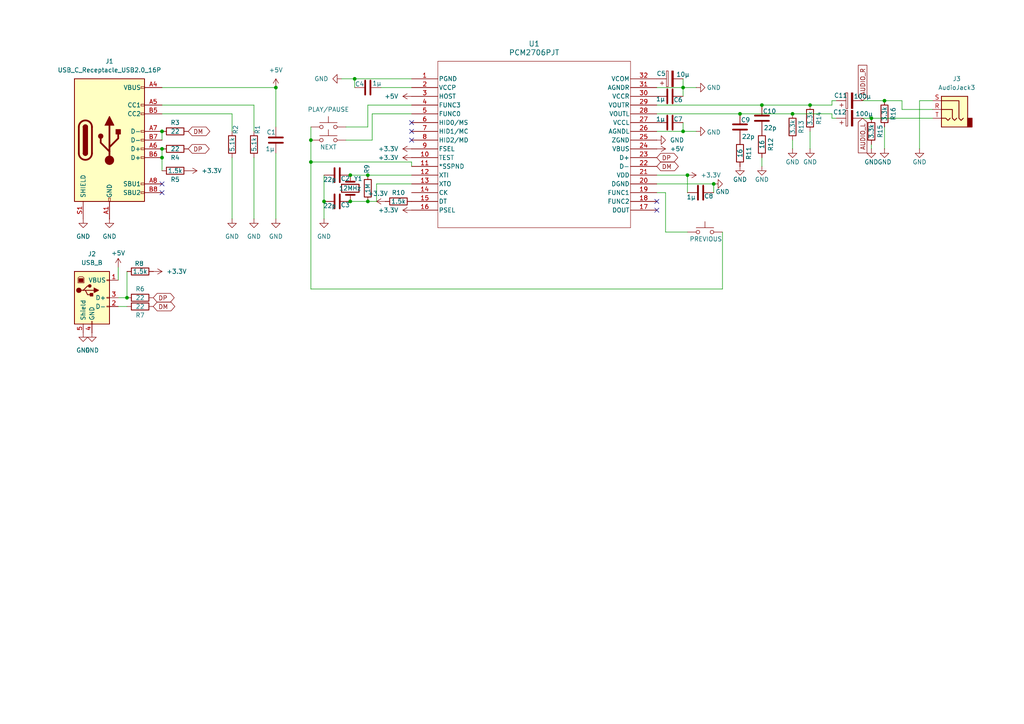
<source format=kicad_sch>
(kicad_sch (version 20231120) (generator "eeschema") (generator_version "8.0")
  (paper "A4")
  (lib_symbols
    (symbol "2025-01-06_02-54-14:PCM2706PJT" (pin_names (offset 0.254))
      (property "Reference" "U" (at 35.56 10.16 0))
      (property "Value" "PCM2706PJT" (at 35.56 7.62 0))
      (symbol "PCM2706PJT_0_1"
        (polyline (pts (xy 7.62 -43.18) (xy 63.5 -43.18)) (stroke (width 0.127)))
        (polyline (pts (xy 7.62 5.08) (xy 7.62 -43.18)) (stroke (width 0.127)))
        (polyline (pts (xy 63.5 -43.18) (xy 63.5 5.08)) (stroke (width 0.127)))
        (polyline (pts (xy 63.5 5.08) (xy 7.62 5.08)) (stroke (width 0.127)))
        (pin power_in line (at 0 0 0) (length 7.62) (name "PGND") (number "1"))
        (pin input line (at 0 -22.86 0) (length 7.62) (name "TEST") (number "10"))
        (pin output line (at 0 -25.4 0) (length 7.62) (name "*SSPND") (number "11"))
        (pin input line (at 0 -27.94 0) (length 7.62) (name "XTI") (number "12"))
        (pin output line (at 0 -30.48 0) (length 7.62) (name "XTO") (number "13"))
        (pin output line (at 0 -33.02 0) (length 7.62) (name "CK") (number "14"))
        (pin bidirectional line (at 0 -35.56 0) (length 7.62) (name "DT") (number "15"))
        (pin input line (at 0 -38.1 0) (length 7.62) (name "PSEL") (number "16"))
        (pin output line (at 71.12 -38.1 180) (length 7.62) (name "DOUT") (number "17"))
        (pin bidirectional line (at 71.12 -35.56 180) (length 7.62) (name "FUNC2") (number "18"))
        (pin bidirectional line (at 71.12 -33.02 180) (length 7.62) (name "FUNC1") (number "19"))
        (pin power_in line (at 0 -2.54 0) (length 7.62) (name "VCCP") (number "2"))
        (pin power_in line (at 71.12 -30.48 180) (length 7.62) (name "DGND") (number "20"))
        (pin power_in line (at 71.12 -27.94 180) (length 7.62) (name "VDD") (number "21"))
        (pin bidirectional line (at 71.12 -25.4 180) (length 7.62) (name "D-") (number "22"))
        (pin bidirectional line (at 71.12 -22.86 180) (length 7.62) (name "D+") (number "23"))
        (pin power_in line (at 71.12 -20.32 180) (length 7.62) (name "VBUS") (number "24"))
        (pin power_in line (at 71.12 -17.78 180) (length 7.62) (name "ZGND") (number "25"))
        (pin power_in line (at 71.12 -15.24 180) (length 7.62) (name "AGNDL") (number "26"))
        (pin power_in line (at 71.12 -12.7 180) (length 7.62) (name "VCCL") (number "27"))
        (pin output line (at 71.12 -10.16 180) (length 7.62) (name "VOUTL") (number "28"))
        (pin output line (at 71.12 -7.62 180) (length 7.62) (name "VOUTR") (number "29"))
        (pin input line (at 0 -5.08 0) (length 7.62) (name "HOST") (number "3"))
        (pin power_in line (at 71.12 -5.08 180) (length 7.62) (name "VCCR") (number "30"))
        (pin power_in line (at 71.12 -2.54 180) (length 7.62) (name "AGNDR") (number "31"))
        (pin power_in line (at 71.12 0 180) (length 7.62) (name "VCOM") (number "32"))
        (pin input line (at 0 -7.62 0) (length 7.62) (name "FUNC3") (number "4"))
        (pin bidirectional line (at 0 -10.16 0) (length 7.62) (name "FUNC0") (number "5"))
        (pin input line (at 0 -12.7 0) (length 7.62) (name "HID0/MS") (number "6"))
        (pin input line (at 0 -15.24 0) (length 7.62) (name "HID1/MC") (number "7"))
        (pin input line (at 0 -17.78 0) (length 7.62) (name "HID2/MD") (number "8"))
        (pin input line (at 0 -20.32 0) (length 7.62) (name "FSEL") (number "9"))
      )
    )
    (symbol "Connector:USB_B" (pin_names (offset 1.016))
      (property "Reference" "J" (at -5.08 11.43 0))
      (property "Value" "USB_B" (at -5.08 8.89 0))
      (symbol "USB_B_0_1"
        (rectangle (start -5.08 -7.62) (end 5.08 7.62) (stroke (width 0.254)) (fill (type background)))
        (circle (center -3.81 2.159) (radius 0.635) (stroke (width 0.254)) (fill (type outline)))
        (rectangle (start -3.81 5.588) (end -2.54 4.572) (fill (type outline)))
        (circle (center -0.635 3.429) (radius 0.381) (stroke (width 0.254)) (fill (type outline)))
        (rectangle (start -0.127 -7.62) (end 0.127 -6.858))
        (polyline (pts (xy -1.905 2.159) (xy 0.635 2.159)) (stroke (width 0.254)))
        (polyline (pts (xy -3.175 2.159) (xy -2.54 2.159) (xy -1.27 3.429) (xy -0.635 3.429)) (stroke (width 0.254)))
        (polyline (pts (xy -2.54 2.159) (xy -1.905 2.159) (xy -1.27 0.889) (xy 0 0.889)) (stroke (width 0.254)))
        (polyline (pts (xy 0.635 2.794) (xy 0.635 1.524) (xy 1.905 2.159) (xy 0.635 2.794)) (stroke (width 0.254)) (fill (type outline)))
        (polyline (pts (xy -4.064 4.318) (xy -2.286 4.318) (xy -2.286 5.715) (xy -2.667 6.096) (xy -3.683 6.096) (xy -4.064 5.715) (xy -4.064 4.318)))
        (rectangle (start 0.254 1.27) (end -0.508 0.508) (stroke (width 0.254)) (fill (type outline)))
        (rectangle (start 5.08 -2.667) (end 4.318 -2.413))
        (rectangle (start 5.08 -0.127) (end 4.318 0.127))
        (rectangle (start 5.08 4.953) (end 4.318 5.207))
      )
      (symbol "USB_B_1_1"
        (pin power_out line (at 7.62 5.08 180) (length 2.54) (name "VBUS") (number "1"))
        (pin bidirectional line (at 7.62 -2.54 180) (length 2.54) (name "D-") (number "2"))
        (pin bidirectional line (at 7.62 0 180) (length 2.54) (name "D+") (number "3"))
        (pin power_out line (at 0 -10.16 90) (length 2.54) (name "GND") (number "4"))
        (pin passive line (at -2.54 -10.16 90) (length 2.54) (name "Shield") (number "5"))
      )
    )
    (symbol "Connector:USB_C_Receptacle_USB2.0_16P" (pin_names (offset 1.016))
      (property "Reference" "J" (at 0 22.225 0))
      (property "Value" "USB_C_Receptacle_USB2.0_16P" (at 0 19.685 0))
      (symbol "USB_C_Receptacle_USB2.0_16P_0_0"
        (rectangle (start -0.254 -17.78) (end 0.254 -16.764))
        (rectangle (start 10.16 -14.986) (end 9.144 -15.494))
        (rectangle (start 10.16 -12.446) (end 9.144 -12.954))
        (rectangle (start 10.16 -4.826) (end 9.144 -5.334))
        (rectangle (start 10.16 -2.286) (end 9.144 -2.794))
        (rectangle (start 10.16 0.254) (end 9.144 -0.254))
        (rectangle (start 10.16 2.794) (end 9.144 2.286))
        (rectangle (start 10.16 7.874) (end 9.144 7.366))
        (rectangle (start 10.16 10.414) (end 9.144 9.906))
        (rectangle (start 10.16 15.494) (end 9.144 14.986))
      )
      (symbol "USB_C_Receptacle_USB2.0_16P_0_1"
        (rectangle (start -10.16 17.78) (end 10.16 -17.78) (stroke (width 0.254)) (fill (type background)))
        (arc (start -8.89 -3.81) (mid -6.985 -5.7067) (end -5.08 -3.81) (stroke (width 0.508)))
        (arc (start -7.62 -3.81) (mid -6.985 -4.4423) (end -6.35 -3.81) (stroke (width 0.254)))
        (arc (start -7.62 -3.81) (mid -6.985 -4.4423) (end -6.35 -3.81) (stroke (width 0.254)) (fill (type outline)))
        (rectangle (start -7.62 -3.81) (end -6.35 3.81) (stroke (width 0.254)) (fill (type outline)))
        (arc (start -6.35 3.81) (mid -6.985 4.4423) (end -7.62 3.81) (stroke (width 0.254)))
        (arc (start -6.35 3.81) (mid -6.985 4.4423) (end -7.62 3.81) (stroke (width 0.254)) (fill (type outline)))
        (arc (start -5.08 3.81) (mid -6.985 5.7067) (end -8.89 3.81) (stroke (width 0.508)))
        (circle (center -2.54 1.143) (radius 0.635) (stroke (width 0.254)) (fill (type outline)))
        (circle (center 0 -5.842) (radius 1.27) (fill (type outline)))
        (polyline (pts (xy -8.89 -3.81) (xy -8.89 3.81)) (stroke (width 0.508)))
        (polyline (pts (xy -5.08 3.81) (xy -5.08 -3.81)) (stroke (width 0.508)))
        (polyline (pts (xy 0 -5.842) (xy 0 4.318)) (stroke (width 0.508)))
        (polyline (pts (xy 0 -3.302) (xy -2.54 -0.762) (xy -2.54 0.508)) (stroke (width 0.508)))
        (polyline (pts (xy 0 -2.032) (xy 2.54 0.508) (xy 2.54 1.778)) (stroke (width 0.508)))
        (polyline (pts (xy -1.27 4.318) (xy 0 6.858) (xy 1.27 4.318) (xy -1.27 4.318)) (stroke (width 0.254)) (fill (type outline)))
        (rectangle (start 1.905 1.778) (end 3.175 3.048) (stroke (width 0.254)) (fill (type outline)))
      )
      (symbol "USB_C_Receptacle_USB2.0_16P_1_1"
        (pin passive line (at 0 -22.86 90) (length 5.08) (name "GND") (number "A1"))
        (pin passive line (at 0 -22.86 90) (length 5.08) hide (name "GND") (number "A12"))
        (pin passive line (at 15.24 15.24 180) (length 5.08) (name "VBUS") (number "A4"))
        (pin bidirectional line (at 15.24 10.16 180) (length 5.08) (name "CC1") (number "A5"))
        (pin bidirectional line (at 15.24 -2.54 180) (length 5.08) (name "D+") (number "A6"))
        (pin bidirectional line (at 15.24 2.54 180) (length 5.08) (name "D-") (number "A7"))
        (pin bidirectional line (at 15.24 -12.7 180) (length 5.08) (name "SBU1") (number "A8"))
        (pin passive line (at 15.24 15.24 180) (length 5.08) hide (name "VBUS") (number "A9"))
        (pin passive line (at 0 -22.86 90) (length 5.08) hide (name "GND") (number "B1"))
        (pin passive line (at 0 -22.86 90) (length 5.08) hide (name "GND") (number "B12"))
        (pin passive line (at 15.24 15.24 180) (length 5.08) hide (name "VBUS") (number "B4"))
        (pin bidirectional line (at 15.24 7.62 180) (length 5.08) (name "CC2") (number "B5"))
        (pin bidirectional line (at 15.24 -5.08 180) (length 5.08) (name "D+") (number "B6"))
        (pin bidirectional line (at 15.24 0 180) (length 5.08) (name "D-") (number "B7"))
        (pin bidirectional line (at 15.24 -15.24 180) (length 5.08) (name "SBU2") (number "B8"))
        (pin passive line (at 15.24 15.24 180) (length 5.08) hide (name "VBUS") (number "B9"))
        (pin passive line (at -7.62 -22.86 90) (length 5.08) (name "SHIELD") (number "S1"))
      )
    )
    (symbol "Connector_Audio:AudioJack3"
      (property "Reference" "J" (at 0 8.89 0))
      (property "Value" "AudioJack3" (at 0 6.35 0))
      (symbol "AudioJack3_0_1"
        (rectangle (start -5.08 -5.08) (end -6.35 -2.54) (stroke (width 0.254)) (fill (type outline)))
        (polyline (pts (xy 0 -2.54) (xy 0.635 -3.175) (xy 1.27 -2.54) (xy 2.54 -2.54)) (stroke (width 0.254)))
        (polyline (pts (xy -1.905 -2.54) (xy -1.27 -3.175) (xy -0.635 -2.54) (xy -0.635 0) (xy 2.54 0)) (stroke (width 0.254)))
        (polyline (pts (xy 2.54 2.54) (xy -2.54 2.54) (xy -2.54 -2.54) (xy -3.175 -3.175) (xy -3.81 -2.54)) (stroke (width 0.254)))
        (rectangle (start 2.54 3.81) (end -5.08 -5.08) (stroke (width 0.254)) (fill (type background)))
      )
      (symbol "AudioJack3_1_1"
        (pin passive line (at 5.08 0 180) (length 2.54) (name "~") (number "R"))
        (pin passive line (at 5.08 2.54 180) (length 2.54) (name "~") (number "S"))
        (pin passive line (at 5.08 -2.54 180) (length 2.54) (name "~") (number "T"))
      )
    )
    (symbol "Device:C" (pin_numbers hide) (pin_names (offset 0.254))
      (property "Reference" "C" (at 0.635 2.54 0))
      (property "Value" "C" (at 0.635 -2.54 0))
      (symbol "C_0_1"
        (polyline (pts (xy -2.032 -0.762) (xy 2.032 -0.762)) (stroke (width 0.508)))
        (polyline (pts (xy -2.032 0.762) (xy 2.032 0.762)) (stroke (width 0.508)))
      )
      (symbol "C_1_1"
        (pin passive line (at 0 3.81 270) (length 2.794) (name "~") (number "1"))
        (pin passive line (at 0 -3.81 90) (length 2.794) (name "~") (number "2"))
      )
    )
    (symbol "Device:C_Polarized" (pin_numbers hide) (pin_names (offset 0.254))
      (property "Reference" "C" (at 0.635 2.54 0))
      (property "Value" "C_Polarized" (at 0.635 -2.54 0))
      (symbol "C_Polarized_0_1"
        (rectangle (start -2.286 0.508) (end 2.286 1.016))
        (polyline (pts (xy -1.778 2.286) (xy -0.762 2.286)))
        (polyline (pts (xy -1.27 2.794) (xy -1.27 1.778)))
        (rectangle (start 2.286 -0.508) (end -2.286 -1.016) (fill (type outline)))
      )
      (symbol "C_Polarized_1_1"
        (pin passive line (at 0 3.81 270) (length 2.794) (name "~") (number "1"))
        (pin passive line (at 0 -3.81 90) (length 2.794) (name "~") (number "2"))
      )
    )
    (symbol "Device:Crystal" (pin_numbers hide) (pin_names (offset 1.016) hide)
      (property "Reference" "Y" (at 0 3.81 0))
      (property "Value" "Crystal" (at 0 -3.81 0))
      (symbol "Crystal_0_1"
        (rectangle (start -1.143 2.54) (end 1.143 -2.54) (stroke (width 0.3048)))
        (polyline (pts (xy -2.54 0) (xy -1.905 0)))
        (polyline (pts (xy -1.905 -1.27) (xy -1.905 1.27)) (stroke (width 0.508)))
        (polyline (pts (xy 1.905 -1.27) (xy 1.905 1.27)) (stroke (width 0.508)))
        (polyline (pts (xy 2.54 0) (xy 1.905 0)))
      )
      (symbol "Crystal_1_1"
        (pin passive line (at -3.81 0 0) (length 1.27) (name "1") (number "1"))
        (pin passive line (at 3.81 0 180) (length 1.27) (name "2") (number "2"))
      )
    )
    (symbol "Device:R" (pin_numbers hide) (pin_names (offset 0))
      (property "Reference" "R" (at 2.032 0 90))
      (property "Value" "R" (at 0 0 90))
      (symbol "R_0_1"
        (rectangle (start -1.016 -2.54) (end 1.016 2.54) (stroke (width 0.254)))
      )
      (symbol "R_1_1"
        (pin passive line (at 0 3.81 270) (length 1.27) (name "~") (number "1"))
        (pin passive line (at 0 -3.81 90) (length 1.27) (name "~") (number "2"))
      )
    )
    (symbol "Switch:SW_Push" (pin_numbers hide) (pin_names (offset 1.016) hide)
      (property "Reference" "SW" (at 1.27 2.54 0))
      (property "Value" "SW_Push" (at 0 -1.524 0))
      (symbol "SW_Push_0_1"
        (circle (center -2.032 0) (radius 0.508))
        (polyline (pts (xy 0 1.27) (xy 0 3.048)))
        (polyline (pts (xy 2.54 1.27) (xy -2.54 1.27)))
        (circle (center 2.032 0) (radius 0.508))
        (pin passive line (at -5.08 0 0) (length 2.54) (name "1") (number "1"))
        (pin passive line (at 5.08 0 180) (length 2.54) (name "2") (number "2"))
      )
    )
    (symbol "power:+3.3V" (power) (pin_numbers hide) (pin_names (offset 0) hide)
      (property "Value" "+3.3V" (at 0 3.556 0))
      (symbol "+3.3V_0_1"
        (polyline (pts (xy -0.762 1.27) (xy 0 2.54)))
        (polyline (pts (xy 0 0) (xy 0 2.54)))
        (polyline (pts (xy 0 2.54) (xy 0.762 1.27)))
      )
      (symbol "+3.3V_1_1"
        (pin power_in line (at 0 0 90) (length 0) (name "~") (number "1"))
      )
    )
    (symbol "power:+5V" (power) (pin_numbers hide) (pin_names (offset 0) hide)
      (property "Value" "+5V" (at 0 3.556 0))
      (symbol "+5V_0_1"
        (polyline (pts (xy -0.762 1.27) (xy 0 2.54)))
        (polyline (pts (xy 0 0) (xy 0 2.54)))
        (polyline (pts (xy 0 2.54) (xy 0.762 1.27)))
      )
      (symbol "+5V_1_1"
        (pin power_in line (at 0 0 90) (length 0) (name "~") (number "1"))
      )
    )
    (symbol "power:GND" (power) (pin_numbers hide) (pin_names (offset 0) hide)
      (property "Value" "GND" (at 0 -3.81 0))
      (symbol "GND_0_1"
        (polyline (pts (xy 0 0) (xy 0 -1.27) (xy 1.27 -1.27) (xy 0 -2.54) (xy -1.27 -1.27) (xy 0 -1.27)))
      )
      (symbol "GND_1_1"
        (pin power_in line (at 0 0 270) (length 0) (name "~") (number "1"))
      )
    )
  )
  (junction (at 256.54 29.21))
  (junction (at 252.73 34.29))
  (junction (at 102.87 22.86))
  (junction (at 90.17 40.64))
  (junction (at 207.01 53.34))
  (junction (at 198.12 25.4))
  (junction (at 101.6 50.8))
  (junction (at 93.98 58.42))
  (junction (at 106.68 50.8))
  (junction (at 46.99 43.18))
  (junction (at 80.01 25.4))
  (junction (at 36.83 86.36))
  (junction (at 220.98 30.48))
  (junction (at 214.63 33.02))
  (junction (at 90.17 46.99))
  (junction (at 46.99 45.72))
  (junction (at 229.87 33.02))
  (junction (at 101.6 58.42))
  (junction (at 46.99 38.1))
  (junction (at 234.95 30.48))
  (junction (at 199.39 50.8))
  (junction (at 106.68 58.42))
  (junction (at 198.12 38.1))
  (no_connect (at 190.5 60.96))
  (no_connect (at 46.99 53.34))
  (no_connect (at 119.38 35.56))
  (no_connect (at 119.38 38.1))
  (no_connect (at 119.38 40.64))
  (no_connect (at 46.99 55.88))
  (no_connect (at 190.5 58.42))
  (wire (pts (xy 34.29 77.47) (xy 34.29 81.28)))
  (wire (pts (xy 100.33 40.64) (xy 107.95 40.64)))
  (wire (pts (xy 73.66 30.48) (xy 73.66 38.1)))
  (wire (pts (xy 234.95 30.48) (xy 241.3 30.48)))
  (wire (pts (xy 190.5 33.02) (xy 214.63 33.02)))
  (wire (pts (xy 80.01 25.4) (xy 80.01 36.83)))
  (wire (pts (xy 261.62 29.21) (xy 261.62 31.75)))
  (wire (pts (xy 46.99 25.4) (xy 80.01 25.4)))
  (wire (pts (xy 256.54 43.18) (xy 256.54 36.83)))
  (wire (pts (xy 199.39 50.8) (xy 190.5 50.8)))
  (wire (pts (xy 209.55 83.82) (xy 90.17 83.82)))
  (wire (pts (xy 119.38 46.99) (xy 119.38 48.26)))
  (wire (pts (xy 36.83 88.9) (xy 34.29 88.9)))
  (wire (pts (xy 109.22 53.34) (xy 119.38 53.34)))
  (wire (pts (xy 36.83 86.36) (xy 34.29 86.36)))
  (wire (pts (xy 193.04 67.31) (xy 193.04 55.88)))
  (wire (pts (xy 93.98 58.42) (xy 93.98 63.5)))
  (wire (pts (xy 73.66 45.72) (xy 73.66 63.5)))
  (wire (pts (xy 93.98 50.8) (xy 93.98 58.42)))
  (wire (pts (xy 209.55 67.31) (xy 209.55 83.82)))
  (wire (pts (xy 106.68 50.8) (xy 119.38 50.8)))
  (wire (pts (xy 198.12 22.86) (xy 198.12 25.4)))
  (wire (pts (xy 119.38 46.99) (xy 90.17 46.99)))
  (wire (pts (xy 198.12 35.56) (xy 198.12 38.1)))
  (wire (pts (xy 90.17 46.99) (xy 90.17 40.64)))
  (wire (pts (xy 250.19 34.29) (xy 252.73 34.29)))
  (wire (pts (xy 207.01 53.34) (xy 207.01 55.88)))
  (wire (pts (xy 198.12 38.1) (xy 190.5 38.1)))
  (wire (pts (xy 214.63 33.02) (xy 229.87 33.02)))
  (wire (pts (xy 198.12 25.4) (xy 190.5 25.4)))
  (wire (pts (xy 106.68 30.48) (xy 119.38 30.48)))
  (wire (pts (xy 46.99 33.02) (xy 67.31 33.02)))
  (wire (pts (xy 110.49 25.4) (xy 119.38 25.4)))
  (wire (pts (xy 250.19 29.21) (xy 256.54 29.21)))
  (wire (pts (xy 90.17 46.99) (xy 90.17 83.82)))
  (wire (pts (xy 109.22 58.42) (xy 109.22 53.34)))
  (wire (pts (xy 99.06 22.86) (xy 102.87 22.86)))
  (wire (pts (xy 67.31 45.72) (xy 67.31 63.5)))
  (wire (pts (xy 46.99 45.72) (xy 46.99 49.53)))
  (wire (pts (xy 241.3 29.21) (xy 242.57 29.21)))
  (wire (pts (xy 256.54 29.21) (xy 261.62 29.21)))
  (wire (pts (xy 201.93 38.1) (xy 198.12 38.1)))
  (wire (pts (xy 36.83 78.74) (xy 36.83 86.36)))
  (wire (pts (xy 106.68 58.42) (xy 109.22 58.42)))
  (wire (pts (xy 229.87 43.18) (xy 229.87 40.64)))
  (wire (pts (xy 266.7 29.21) (xy 266.7 43.18)))
  (wire (pts (xy 46.99 43.18) (xy 46.99 45.72)))
  (wire (pts (xy 261.62 31.75) (xy 270.51 31.75)))
  (wire (pts (xy 67.31 33.02) (xy 67.31 38.1)))
  (wire (pts (xy 198.12 25.4) (xy 198.12 27.94)))
  (wire (pts (xy 100.33 36.83) (xy 106.68 36.83)))
  (wire (pts (xy 102.87 22.86) (xy 102.87 25.4)))
  (wire (pts (xy 101.6 50.8) (xy 106.68 50.8)))
  (wire (pts (xy 190.5 53.34) (xy 207.01 53.34)))
  (wire (pts (xy 107.95 40.64) (xy 107.95 33.02)))
  (wire (pts (xy 201.93 25.4) (xy 198.12 25.4)))
  (wire (pts (xy 220.98 30.48) (xy 234.95 30.48)))
  (wire (pts (xy 234.95 38.1) (xy 234.95 43.18)))
  (wire (pts (xy 229.87 33.02) (xy 241.3 33.02)))
  (wire (pts (xy 199.39 50.8) (xy 199.39 55.88)))
  (wire (pts (xy 270.51 29.21) (xy 266.7 29.21)))
  (wire (pts (xy 220.98 48.26) (xy 220.98 45.72)))
  (wire (pts (xy 252.73 34.29) (xy 270.51 34.29)))
  (wire (pts (xy 241.3 33.02) (xy 241.3 34.29)))
  (wire (pts (xy 80.01 63.5) (xy 80.01 44.45)))
  (wire (pts (xy 102.87 22.86) (xy 119.38 22.86)))
  (wire (pts (xy 241.3 34.29) (xy 242.57 34.29)))
  (wire (pts (xy 190.5 30.48) (xy 220.98 30.48)))
  (wire (pts (xy 101.6 58.42) (xy 106.68 58.42)))
  (wire (pts (xy 106.68 36.83) (xy 106.68 30.48)))
  (wire (pts (xy 46.99 30.48) (xy 73.66 30.48)))
  (wire (pts (xy 241.3 29.21) (xy 241.3 30.48)))
  (wire (pts (xy 46.99 38.1) (xy 46.99 40.64)))
  (wire (pts (xy 193.04 67.31) (xy 199.39 67.31)))
  (wire (pts (xy 107.95 33.02) (xy 119.38 33.02)))
  (wire (pts (xy 252.73 43.18) (xy 252.73 41.91)))
  (wire (pts (xy 193.04 55.88) (xy 190.5 55.88)))
  (wire (pts (xy 90.17 36.83) (xy 90.17 40.64)))
  (global_label "DP" (shape bidirectional) (at 190.5 45.72 0) (property "Intersheetrefs" "${INTERSHEET_REFS}" (effects (hide yes))))
  (global_label "DP" (shape bidirectional) (at 54.61 43.18 0) (property "Intersheetrefs" "${INTERSHEET_REFS}" (effects (hide yes))))
  (global_label "DP" (shape bidirectional) (at 44.45 86.36 0) (property "Intersheetrefs" "${INTERSHEET_REFS}" (effects (hide yes))))
  (global_label "AUDIO_R" (shape input) (at 250.19 29.21 90) (property "Intersheetrefs" "${INTERSHEET_REFS}" (effects (hide yes))))
  (global_label "DM" (shape bidirectional) (at 190.5 48.26 0) (property "Intersheetrefs" "${INTERSHEET_REFS}" (effects (hide yes))))
  (global_label "AUDIO_L" (shape input) (at 250.19 34.29 270) (property "Intersheetrefs" "${INTERSHEET_REFS}" (effects (hide yes))))
  (global_label "DM" (shape bidirectional) (at 54.61 38.1 0) (property "Intersheetrefs" "${INTERSHEET_REFS}" (effects (hide yes))))
  (global_label "DM" (shape bidirectional) (at 44.45 88.9 0) (property "Intersheetrefs" "${INTERSHEET_REFS}" (effects (hide yes))))
  (symbol (lib_id "power:GND") (at 234.95 43.18 0) (unit 1)
    (property "Reference" "#PWR028" (effects (hide yes)))
    (property "Value" "GND" (at 234.95 46.99 0))
    (property "Description" "Power symbol creates a global label with name \"GND\" , ground" (effects (hide yes)))
  )
  (symbol (lib_id "Device:R") (at 40.64 86.36 270) (mirror x) (unit 1)
    (property "Reference" "R6" (at 40.64 83.82 90))
    (property "Value" "22" (at 40.64 86.36 90))
    (property "Footprint" "Resistor_SMD:R_0603_1608Metric_Pad0.98x0.95mm_HandSolder" (effects (hide yes)))
    (property "Description" "Resistor" (effects (hide yes)))
  )
  (symbol (lib_id "Device:C") (at 203.2 55.88 270) (unit 1)
    (property "Reference" "C8" (at 204.216 56.896 90) (effects (justify left)))
    (property "Value" "1μ" (at 199.136 57.15 90) (effects (justify left)))
    (property "Footprint" "Capacitor_SMD:C_0603_1608Metric_Pad1.08x0.95mm_HandSolder" (effects (hide yes)))
    (property "Description" "Unpolarized capacitor" (effects (hide yes)))
  )
  (symbol (lib_id "Device:R") (at 220.98 41.91 0) (unit 1)
    (property "Reference" "R12" (at 223.52 41.91 90))
    (property "Value" "16" (at 220.98 41.91 90))
    (property "Footprint" "Resistor_SMD:R_0603_1608Metric_Pad0.98x0.95mm_HandSolder" (effects (hide yes)))
    (property "Description" "Resistor" (effects (hide yes)))
  )
  (symbol (lib_id "Device:C") (at 220.98 34.29 0) (unit 1)
    (property "Reference" "C10" (at 221.234 32.258 0) (effects (justify left)))
    (property "Value" "22p" (at 221.488 37.084 0) (effects (justify left)))
    (property "Footprint" "Capacitor_SMD:C_0603_1608Metric_Pad1.08x0.95mm_HandSolder" (effects (hide yes)))
    (property "Description" "Unpolarized capacitor" (effects (hide yes)))
  )
  (symbol (lib_id "power:+5V") (at 34.29 77.47 0) (mirror y) (unit 1)
    (property "Reference" "#PWR010" (effects (hide yes)))
    (property "Value" "+5V" (at 34.29 73.406 0))
    (property "Description" "Power symbol creates a global label with name \"+5V\"" (effects (hide yes)))
  )
  (symbol (lib_id "2025-01-06_02-54-14:PCM2706PJT") (at 119.38 22.86 0) (unit 1)
    (property "Reference" "U1" (at 154.94 12.7 0) (effects (font (size 1.524 1.524))))
    (property "Value" "PCM2706PJT" (at 154.94 15.24 0) (effects (font (size 1.524 1.524))))
    (property "Footprint" "my_parts:PJT32" (effects (hide yes)))
    (property "Datasheet" "PCM2706PJT" (effects (hide yes)))
  )
  (symbol (lib_id "Switch:SW_Push") (at 95.25 40.64 0) (unit 1)
    (property "Reference" "SW2" (effects (hide yes)))
    (property "Value" "NEXT" (at 95.25 42.672 0))
    (property "Footprint" "Button_Switch_THT:SW_PUSH_6mm" (effects (hide yes)))
    (property "Description" "Push button switch, generic, two pins" (effects (hide yes)))
  )
  (symbol (lib_id "Device:R") (at 256.54 33.02 0) (unit 1)
    (property "Reference" "R16" (at 259.08 33.02 90))
    (property "Value" "3.3k" (at 256.54 33.02 90))
    (property "Footprint" "Resistor_SMD:R_0603_1608Metric_Pad0.98x0.95mm_HandSolder" (effects (hide yes)))
    (property "Description" "Resistor" (effects (hide yes)))
  )
  (symbol (lib_id "power:+3.3V") (at 54.61 49.53 270) (mirror x) (unit 1)
    (property "Reference" "#PWR05" (effects (hide yes)))
    (property "Value" "+3.3V" (at 58.42 49.5299 90) (effects (justify left)))
    (property "Description" "Power symbol creates a global label with name \"+3.3V\"" (effects (hide yes)))
  )
  (symbol (lib_id "power:GND") (at 201.93 38.1 90) (unit 1)
    (property "Reference" "#PWR023" (effects (hide yes)))
    (property "Value" "GND" (at 204.978 38.354 90) (effects (justify right)))
    (property "Description" "Power symbol creates a global label with name \"GND\" , ground" (effects (hide yes)))
  )
  (symbol (lib_id "Device:C") (at 106.68 25.4 90) (unit 1)
    (property "Reference" "C4" (at 105.664 24.384 90) (effects (justify left)))
    (property "Value" "1μ" (at 110.744 24.13 90) (effects (justify left)))
    (property "Footprint" "Capacitor_SMD:C_0603_1608Metric_Pad1.08x0.95mm_HandSolder" (effects (hide yes)))
    (property "Description" "Unpolarized capacitor" (effects (hide yes)))
  )
  (symbol (lib_id "Device:C_Polarized") (at 246.38 34.29 90) (unit 1)
    (property "Reference" "C12" (at 243.586 32.512 90))
    (property "Value" "100μ" (at 250.698 33.02 90))
    (property "Footprint" "Capacitor_THT:CP_Radial_D10.0mm_P3.50mm" (effects (hide yes)))
    (property "Description" "Polarized capacitor" (effects (hide yes)))
  )
  (symbol (lib_id "power:GND") (at 24.13 63.5 0) (mirror y) (unit 1)
    (property "Reference" "#PWR07" (effects (hide yes)))
    (property "Value" "GND" (at 24.13 68.58 0))
    (property "Description" "Power symbol creates a global label with name \"GND\" , ground" (effects (hide yes)))
  )
  (symbol (lib_id "power:GND") (at 73.66 63.5 0) (mirror y) (unit 1)
    (property "Reference" "#PWR03" (effects (hide yes)))
    (property "Value" "GND" (at 73.66 68.58 0))
    (property "Description" "Power symbol creates a global label with name \"GND\" , ground" (effects (hide yes)))
  )
  (symbol (lib_id "power:+3.3V") (at 119.38 60.96 90) (mirror x) (unit 1)
    (property "Reference" "#PWR018" (effects (hide yes)))
    (property "Value" "+3.3V" (at 115.57 60.9599 90) (effects (justify left)))
    (property "Description" "Power symbol creates a global label with name \"+3.3V\"" (effects (hide yes)))
  )
  (symbol (lib_id "power:GND") (at 229.87 43.18 0) (unit 1)
    (property "Reference" "#PWR027" (effects (hide yes)))
    (property "Value" "GND" (at 229.87 46.99 0))
    (property "Description" "Power symbol creates a global label with name \"GND\" , ground" (effects (hide yes)))
  )
  (symbol (lib_id "power:GND") (at 190.5 40.64 90) (unit 1)
    (property "Reference" "#PWR019" (effects (hide yes)))
    (property "Value" "GND" (at 194.31 40.6399 90) (effects (justify right)))
    (property "Description" "Power symbol creates a global label with name \"GND\" , ground" (effects (hide yes)))
  )
  (symbol (lib_id "Connector_Audio:AudioJack3") (at 275.59 31.75 0) (mirror y) (unit 1)
    (property "Reference" "J3" (at 277.495 22.86 0))
    (property "Value" "AudioJack3" (at 277.495 25.4 0))
    (property "Footprint" "Connector_Audio:Jack_3.5mm_Lumberg_1503_07_Horizontal" (effects (hide yes)))
    (property "Description" "Audio Jack, 3 Poles (Stereo / TRS)" (effects (hide yes)))
  )
  (symbol (lib_id "power:+3.3V") (at 119.38 45.72 90) (mirror x) (unit 1)
    (property "Reference" "#PWR017" (effects (hide yes)))
    (property "Value" "+3.3V" (at 115.57 45.7199 90) (effects (justify left)))
    (property "Description" "Power symbol creates a global label with name \"+3.3V\"" (effects (hide yes)))
  )
  (symbol (lib_id "Device:C") (at 194.31 35.56 270) (unit 1)
    (property "Reference" "C7" (at 195.326 34.544 90) (effects (justify left)))
    (property "Value" "1μ" (at 190.246 34.544 90) (effects (justify left)))
    (property "Footprint" "Capacitor_SMD:C_0603_1608Metric_Pad1.08x0.95mm_HandSolder" (effects (hide yes)))
    (property "Description" "Unpolarized capacitor" (effects (hide yes)))
  )
  (symbol (lib_id "power:+3.3V") (at 119.38 43.18 90) (mirror x) (unit 1)
    (property "Reference" "#PWR016" (effects (hide yes)))
    (property "Value" "+3.3V" (at 115.57 43.1799 90) (effects (justify left)))
    (property "Description" "Power symbol creates a global label with name \"+3.3V\"" (effects (hide yes)))
  )
  (symbol (lib_id "Device:R") (at 229.87 36.83 0) (unit 1)
    (property "Reference" "R13" (at 232.41 36.83 90))
    (property "Value" "3.3k" (at 229.87 36.83 90))
    (property "Footprint" "Resistor_SMD:R_0603_1608Metric_Pad0.98x0.95mm_HandSolder" (effects (hide yes)))
    (property "Description" "Resistor" (effects (hide yes)))
  )
  (symbol (lib_id "power:+3.3V") (at 44.45 78.74 270) (mirror x) (unit 1)
    (property "Reference" "#PWR011" (effects (hide yes)))
    (property "Value" "+3.3V" (at 48.26 78.7399 90) (effects (justify left)))
    (property "Description" "Power symbol creates a global label with name \"+3.3V\"" (effects (hide yes)))
  )
  (symbol (lib_id "Device:C_Polarized") (at 194.31 22.86 90) (unit 1)
    (property "Reference" "C5" (at 191.77 21.336 90))
    (property "Value" "10μ" (at 198.12 21.59 90))
    (property "Footprint" "Capacitor_THT:CP_Radial_D5.0mm_P2.50mm" (effects (hide yes)))
    (property "Description" "Polarized capacitor" (effects (hide yes)))
  )
  (symbol (lib_id "power:GND") (at 93.98 63.5 0) (unit 1)
    (property "Reference" "#PWR012" (effects (hide yes)))
    (property "Value" "GND" (at 93.98 68.58 0))
    (property "Description" "Power symbol creates a global label with name \"GND\" , ground" (effects (hide yes)))
  )
  (symbol (lib_id "Device:R") (at 234.95 34.29 0) (unit 1)
    (property "Reference" "R14" (at 237.49 34.29 90))
    (property "Value" "3.3k" (at 234.95 34.29 90))
    (property "Footprint" "Resistor_SMD:R_0603_1608Metric_Pad0.98x0.95mm_HandSolder" (effects (hide yes)))
    (property "Description" "Resistor" (effects (hide yes)))
  )
  (symbol (lib_id "power:GND") (at 266.7 43.18 0) (unit 1)
    (property "Reference" "#PWR031" (effects (hide yes)))
    (property "Value" "GND" (at 266.7 46.99 0))
    (property "Description" "Power symbol creates a global label with name \"GND\" , ground" (effects (hide yes)))
  )
  (symbol (lib_id "power:GND") (at 214.63 48.26 0) (unit 1)
    (property "Reference" "#PWR025" (effects (hide yes)))
    (property "Value" "GND" (at 214.63 52.07 0))
    (property "Description" "Power symbol creates a global label with name \"GND\" , ground" (effects (hide yes)))
  )
  (symbol (lib_id "Device:R") (at 40.64 88.9 270) (mirror x) (unit 1)
    (property "Reference" "R7" (at 40.64 91.44 90))
    (property "Value" "22" (at 40.64 88.9 90))
    (property "Footprint" "Resistor_SMD:R_0603_1608Metric_Pad0.98x0.95mm_HandSolder" (effects (hide yes)))
    (property "Description" "Resistor" (effects (hide yes)))
  )
  (symbol (lib_id "power:+5V") (at 119.38 27.94 90) (unit 1)
    (property "Reference" "#PWR015" (effects (hide yes)))
    (property "Value" "+5V" (at 115.57 27.9399 90) (effects (justify left)))
    (property "Description" "Power symbol creates a global label with name \"+5V\"" (effects (hide yes)))
  )
  (symbol (lib_id "power:+3.3V") (at 111.76 58.42 90) (mirror x) (unit 1)
    (property "Reference" "#PWR014" (effects (hide yes)))
    (property "Value" "+3.3V" (at 112.522 56.134 90) (effects (justify left)))
    (property "Description" "Power symbol creates a global label with name \"+3.3V\"" (effects (hide yes)))
  )
  (symbol (lib_id "Device:R") (at 50.8 38.1 270) (mirror x) (unit 1)
    (property "Reference" "R3" (at 50.8 35.56 90))
    (property "Value" "22" (at 50.8 38.1 90))
    (property "Footprint" "Resistor_SMD:R_0603_1608Metric_Pad0.98x0.95mm_HandSolder" (effects (hide yes)))
    (property "Description" "Resistor" (effects (hide yes)))
  )
  (symbol (lib_id "power:+5V") (at 80.01 25.4 0) (mirror y) (unit 1)
    (property "Reference" "#PWR01" (effects (hide yes)))
    (property "Value" "+5V" (at 80.01 20.32 0))
    (property "Description" "Power symbol creates a global label with name \"+5V\"" (effects (hide yes)))
  )
  (symbol (lib_id "Switch:SW_Push") (at 204.47 67.31 0) (unit 1)
    (property "Reference" "SW3" (effects (hide yes)))
    (property "Value" "PREVIOUS" (at 204.724 69.342 0))
    (property "Footprint" "Button_Switch_THT:SW_PUSH_6mm" (effects (hide yes)))
    (property "Description" "Push button switch, generic, two pins" (effects (hide yes)))
  )
  (symbol (lib_id "Device:R") (at 252.73 38.1 0) (unit 1)
    (property "Reference" "R15" (at 255.27 38.1 90))
    (property "Value" "3.3k" (at 252.73 38.1 90))
    (property "Footprint" "Resistor_SMD:R_0603_1608Metric_Pad0.98x0.95mm_HandSolder" (effects (hide yes)))
    (property "Description" "Resistor" (effects (hide yes)))
  )
  (symbol (lib_id "Device:C") (at 97.79 50.8 270) (unit 1)
    (property "Reference" "C2" (at 98.806 51.816 90) (effects (justify left)))
    (property "Value" "22p" (at 93.726 52.07 90) (effects (justify left)))
    (property "Footprint" "Capacitor_SMD:C_0603_1608Metric_Pad1.08x0.95mm_HandSolder" (effects (hide yes)))
    (property "Description" "Unpolarized capacitor" (effects (hide yes)))
  )
  (symbol (lib_id "Device:R") (at 214.63 44.45 0) (unit 1)
    (property "Reference" "R11" (at 217.17 44.45 90))
    (property "Value" "16" (at 214.63 44.45 90))
    (property "Footprint" "Resistor_SMD:R_0603_1608Metric_Pad0.98x0.95mm_HandSolder" (effects (hide yes)))
    (property "Description" "Resistor" (effects (hide yes)))
  )
  (symbol (lib_id "power:GND") (at 99.06 22.86 270) (unit 1)
    (property "Reference" "#PWR013" (effects (hide yes)))
    (property "Value" "GND" (at 95.25 22.8599 90) (effects (justify right)))
    (property "Description" "Power symbol creates a global label with name \"GND\" , ground" (effects (hide yes)))
  )
  (symbol (lib_id "power:+5V") (at 190.5 43.18 270) (unit 1)
    (property "Reference" "#PWR020" (effects (hide yes)))
    (property "Value" "+5V" (at 194.31 43.1799 90) (effects (justify left)))
    (property "Description" "Power symbol creates a global label with name \"+5V\"" (effects (hide yes)))
  )
  (symbol (lib_id "Device:R") (at 106.68 54.61 180) (unit 1)
    (property "Reference" "R9" (at 106.426 49.022 90))
    (property "Value" "1M" (at 106.68 54.61 90))
    (property "Footprint" "Resistor_SMD:R_0603_1608Metric_Pad0.98x0.95mm_HandSolder" (effects (hide yes)))
    (property "Description" "Resistor" (effects (hide yes)))
  )
  (symbol (lib_id "Device:R") (at 115.57 58.42 90) (unit 1)
    (property "Reference" "R10" (at 115.57 55.88 90))
    (property "Value" "1.5k" (at 115.57 58.42 90))
    (property "Footprint" "Resistor_SMD:R_0603_1608Metric_Pad0.98x0.95mm_HandSolder" (effects (hide yes)))
    (property "Description" "Resistor" (effects (hide yes)))
  )
  (symbol (lib_id "Connector:USB_B") (at 26.67 86.36 0) (unit 1)
    (property "Reference" "J2" (at 26.67 73.66 0))
    (property "Value" "USB_B" (at 26.67 76.2 0))
    (property "Footprint" "Connector_USB:USB_B_Lumberg_2411_02_Horizontal" (effects (hide yes)))
    (property "Description" "USB Type B connector" (effects (hide yes)))
  )
  (symbol (lib_id "power:GND") (at 252.73 43.18 0) (unit 1)
    (property "Reference" "#PWR029" (effects (hide yes)))
    (property "Value" "GND" (at 252.73 46.99 0))
    (property "Description" "Power symbol creates a global label with name \"GND\" , ground" (effects (hide yes)))
  )
  (symbol (lib_id "Switch:SW_Push") (at 95.25 36.83 0) (unit 1)
    (property "Reference" "SW1" (effects (hide yes)))
    (property "Value" "PLAY/PAUSE" (at 95.25 31.75 0))
    (property "Footprint" "Button_Switch_THT:SW_PUSH_6mm" (effects (hide yes)))
    (property "Description" "Push button switch, generic, two pins" (effects (hide yes)))
  )
  (symbol (lib_id "power:GND") (at 26.67 96.52 0) (mirror y) (unit 1)
    (property "Reference" "#PWR09" (effects (hide yes)))
    (property "Value" "GND" (at 26.67 101.6 0))
    (property "Description" "Power symbol creates a global label with name \"GND\" , ground" (effects (hide yes)))
  )
  (symbol (lib_id "Device:R") (at 40.64 78.74 90) (mirror x) (unit 1)
    (property "Reference" "R8" (at 40.386 76.454 90))
    (property "Value" "1.5k" (at 40.64 78.74 90))
    (property "Footprint" "Resistor_SMD:R_0603_1608Metric_Pad0.98x0.95mm_HandSolder" (effects (hide yes)))
    (property "Description" "Resistor" (effects (hide yes)))
  )
  (symbol (lib_id "power:GND") (at 80.01 63.5 0) (mirror y) (unit 1)
    (property "Reference" "#PWR02" (effects (hide yes)))
    (property "Value" "GND" (at 80.01 68.58 0))
    (property "Description" "Power symbol creates a global label with name \"GND\" , ground" (effects (hide yes)))
  )
  (symbol (lib_id "power:GND") (at 207.01 53.34 90) (unit 1)
    (property "Reference" "#PWR024" (effects (hide yes)))
    (property "Value" "GND" (at 207.518 55.626 90) (effects (justify right)))
    (property "Description" "Power symbol creates a global label with name \"GND\" , ground" (effects (hide yes)))
  )
  (symbol (lib_id "Device:C") (at 214.63 36.83 0) (unit 1)
    (property "Reference" "C9" (at 214.884 34.798 0) (effects (justify left)))
    (property "Value" "22p" (at 215.138 39.624 0) (effects (justify left)))
    (property "Footprint" "Capacitor_SMD:C_0603_1608Metric_Pad1.08x0.95mm_HandSolder" (effects (hide yes)))
    (property "Description" "Unpolarized capacitor" (effects (hide yes)))
  )
  (symbol (lib_id "power:GND") (at 256.54 43.18 0) (unit 1)
    (property "Reference" "#PWR030" (effects (hide yes)))
    (property "Value" "GND" (at 256.54 46.99 0))
    (property "Description" "Power symbol creates a global label with name \"GND\" , ground" (effects (hide yes)))
  )
  (symbol (lib_id "power:GND") (at 201.93 25.4 90) (unit 1)
    (property "Reference" "#PWR022" (effects (hide yes)))
    (property "Value" "GND" (at 204.978 25.4 90) (effects (justify right)))
    (property "Description" "Power symbol creates a global label with name \"GND\" , ground" (effects (hide yes)))
  )
  (symbol (lib_id "power:GND") (at 220.98 48.26 0) (unit 1)
    (property "Reference" "#PWR026" (effects (hide yes)))
    (property "Value" "GND" (at 220.98 52.07 0))
    (property "Description" "Power symbol creates a global label with name \"GND\" , ground" (effects (hide yes)))
  )
  (symbol (lib_id "power:+3.3V") (at 199.39 50.8 270) (unit 1)
    (property "Reference" "#PWR021" (effects (hide yes)))
    (property "Value" "+3.3V" (at 203.2 50.7999 90) (effects (justify left)))
    (property "Description" "Power symbol creates a global label with name \"+3.3V\"" (effects (hide yes)))
  )
  (symbol (lib_id "Device:C_Polarized") (at 246.38 29.21 90) (unit 1)
    (property "Reference" "C11" (at 243.84 27.686 90))
    (property "Value" "100μ" (at 250.19 27.94 90))
    (property "Footprint" "Capacitor_THT:CP_Radial_D10.0mm_P3.50mm" (effects (hide yes)))
    (property "Description" "Polarized capacitor" (effects (hide yes)))
  )
  (symbol (lib_id "Device:R") (at 50.8 49.53 90) (mirror x) (unit 1)
    (property "Reference" "R5" (at 50.8 52.07 90))
    (property "Value" "1.5k" (at 50.8 49.53 90))
    (property "Footprint" "Resistor_SMD:R_0603_1608Metric_Pad0.98x0.95mm_HandSolder" (effects (hide yes)))
    (property "Description" "Resistor" (effects (hide yes)))
  )
  (symbol (lib_id "Connector:USB_C_Receptacle_USB2.0_16P") (at 31.75 40.64 0) (unit 1)
    (property "Reference" "J1" (at 31.75 17.78 0))
    (property "Value" "USB_C_Receptacle_USB2.0_16P" (at 31.75 20.32 0))
    (property "Footprint" "Connector_USB:USB_C_Receptacle_HRO_TYPE-C-31-M-12" (effects (hide yes)))
    (property "Datasheet" "https://www.usb.org/sites/default/files/documents/usb_type-c.zip" (effects (hide yes)))
    (property "Description" "USB 2.0-only 16P Type-C Receptacle connector" (effects (hide yes)))
  )
  (symbol (lib_id "Device:C") (at 97.79 58.42 270) (unit 1)
    (property "Reference" "C3" (at 98.806 59.436 90) (effects (justify left)))
    (property "Value" "22p" (at 93.726 59.69 90) (effects (justify left)))
    (property "Footprint" "Capacitor_SMD:C_0603_1608Metric_Pad1.08x0.95mm_HandSolder" (effects (hide yes)))
    (property "Description" "Unpolarized capacitor" (effects (hide yes)))
  )
  (symbol (lib_id "Device:R") (at 73.66 41.91 0) (mirror x) (unit 1)
    (property "Reference" "R1" (at 74.676 37.592 90))
    (property "Value" "5.1k" (at 73.66 41.91 90))
    (property "Footprint" "Resistor_SMD:R_0603_1608Metric_Pad0.98x0.95mm_HandSolder" (effects (hide yes)))
    (property "Description" "Resistor" (effects (hide yes)))
  )
  (symbol (lib_id "Device:C") (at 194.31 27.94 270) (unit 1)
    (property "Reference" "C6" (at 195.326 28.956 90) (effects (justify left)))
    (property "Value" "1μ" (at 190.246 28.702 90) (effects (justify left)))
    (property "Footprint" "Capacitor_SMD:C_0603_1608Metric_Pad1.08x0.95mm_HandSolder" (effects (hide yes)))
    (property "Description" "Unpolarized capacitor" (effects (hide yes)))
  )
  (symbol (lib_id "Device:C") (at 80.01 40.64 0) (mirror y) (unit 1)
    (property "Reference" "C1" (at 80.01 38.354 0) (effects (justify left)))
    (property "Value" "1μ" (at 79.756 43.18 0) (effects (justify left)))
    (property "Footprint" "Capacitor_SMD:C_0603_1608Metric_Pad1.08x0.95mm_HandSolder" (effects (hide yes)))
    (property "Description" "Unpolarized capacitor" (effects (hide yes)))
  )
  (symbol (lib_id "Device:R") (at 67.31 41.91 0) (mirror x) (unit 1)
    (property "Reference" "R2" (at 68.326 37.592 90))
    (property "Value" "5.1k" (at 67.31 41.91 90))
    (property "Footprint" "Resistor_SMD:R_0603_1608Metric_Pad0.98x0.95mm_HandSolder" (effects (hide yes)))
    (property "Description" "Resistor" (effects (hide yes)))
  )
  (symbol (lib_id "Device:Crystal") (at 101.6 54.61 90) (unit 1)
    (property "Reference" "Y1" (at 102.616 51.816 90) (effects (justify right)))
    (property "Value" "12MHz" (at 98.298 54.61 90) (effects (justify right)))
    (property "Footprint" "Crystal:Crystal_HC18-U_Vertical" (effects (hide yes)))
    (property "Description" "Two pin crystal" (effects (hide yes)))
  )
  (symbol (lib_id "power:GND") (at 31.75 63.5 0) (mirror y) (unit 1)
    (property "Reference" "#PWR06" (effects (hide yes)))
    (property "Value" "GND" (at 31.75 68.58 0))
    (property "Description" "Power symbol creates a global label with name \"GND\" , ground" (effects (hide yes)))
  )
  (symbol (lib_id "Device:R") (at 50.8 43.18 270) (mirror x) (unit 1)
    (property "Reference" "R4" (at 50.8 45.72 90))
    (property "Value" "22" (at 50.8 43.18 90))
    (property "Footprint" "Resistor_SMD:R_0603_1608Metric_Pad0.98x0.95mm_HandSolder" (effects (hide yes)))
    (property "Description" "Resistor" (effects (hide yes)))
  )
  (symbol (lib_id "power:GND") (at 67.31 63.5 0) (mirror y) (unit 1)
    (property "Reference" "#PWR04" (effects (hide yes)))
    (property "Value" "GND" (at 67.31 68.58 0))
    (property "Description" "Power symbol creates a global label with name \"GND\" , ground" (effects (hide yes)))
  )
  (symbol (lib_id "power:GND") (at 24.13 96.52 0) (mirror y) (unit 1)
    (property "Reference" "#PWR08" (effects (hide yes)))
    (property "Value" "GND" (at 24.13 101.6 0))
    (property "Description" "Power symbol creates a global label with name \"GND\" , ground" (effects (hide yes)))
  )
)
</source>
